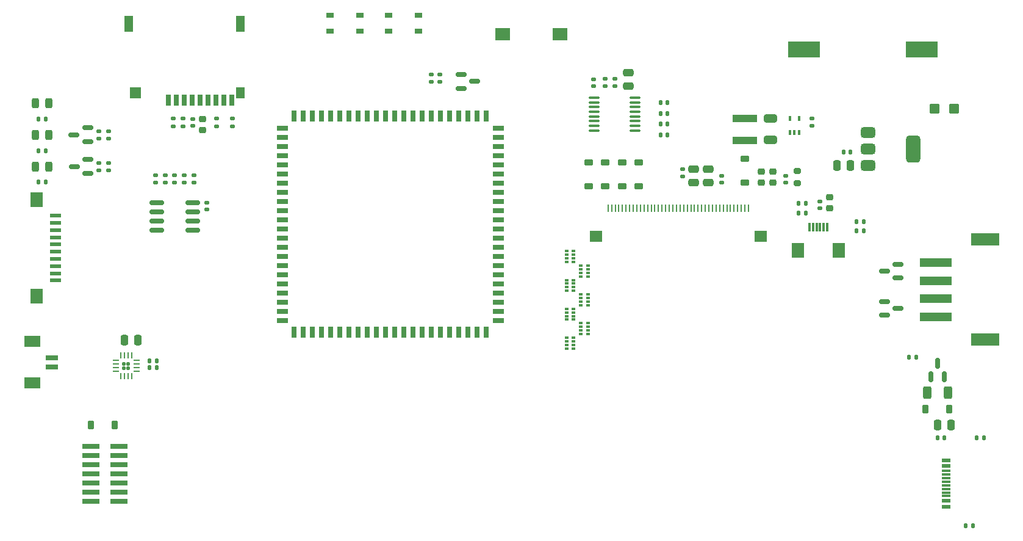
<source format=gbr>
%TF.GenerationSoftware,KiCad,Pcbnew,8.0.4*%
%TF.CreationDate,2024-10-13T10:09:02+07:00*%
%TF.ProjectId,lcd-standard-5R,6c63642d-7374-4616-9e64-6172642d3552,rev?*%
%TF.SameCoordinates,Original*%
%TF.FileFunction,Paste,Top*%
%TF.FilePolarity,Positive*%
%FSLAX46Y46*%
G04 Gerber Fmt 4.6, Leading zero omitted, Abs format (unit mm)*
G04 Created by KiCad (PCBNEW 8.0.4) date 2024-10-13 10:09:02*
%MOMM*%
%LPD*%
G01*
G04 APERTURE LIST*
G04 Aperture macros list*
%AMRoundRect*
0 Rectangle with rounded corners*
0 $1 Rounding radius*
0 $2 $3 $4 $5 $6 $7 $8 $9 X,Y pos of 4 corners*
0 Add a 4 corners polygon primitive as box body*
4,1,4,$2,$3,$4,$5,$6,$7,$8,$9,$2,$3,0*
0 Add four circle primitives for the rounded corners*
1,1,$1+$1,$2,$3*
1,1,$1+$1,$4,$5*
1,1,$1+$1,$6,$7*
1,1,$1+$1,$8,$9*
0 Add four rect primitives between the rounded corners*
20,1,$1+$1,$2,$3,$4,$5,0*
20,1,$1+$1,$4,$5,$6,$7,0*
20,1,$1+$1,$6,$7,$8,$9,0*
20,1,$1+$1,$8,$9,$2,$3,0*%
G04 Aperture macros list end*
%ADD10RoundRect,0.100000X0.100000X-0.225000X0.100000X0.225000X-0.100000X0.225000X-0.100000X-0.225000X0*%
%ADD11RoundRect,0.225000X0.250000X-0.225000X0.250000X0.225000X-0.250000X0.225000X-0.250000X-0.225000X0*%
%ADD12R,1.050000X0.650000*%
%ADD13RoundRect,0.135000X0.185000X-0.135000X0.185000X0.135000X-0.185000X0.135000X-0.185000X-0.135000X0*%
%ADD14RoundRect,0.135000X-0.185000X0.135000X-0.185000X-0.135000X0.185000X-0.135000X0.185000X0.135000X0*%
%ADD15RoundRect,0.140000X0.170000X-0.140000X0.170000X0.140000X-0.170000X0.140000X-0.170000X-0.140000X0*%
%ADD16RoundRect,0.225000X-0.250000X0.225000X-0.250000X-0.225000X0.250000X-0.225000X0.250000X0.225000X0*%
%ADD17RoundRect,0.135000X0.135000X0.185000X-0.135000X0.185000X-0.135000X-0.185000X0.135000X-0.185000X0*%
%ADD18RoundRect,0.150000X-0.587500X-0.150000X0.587500X-0.150000X0.587500X0.150000X-0.587500X0.150000X0*%
%ADD19RoundRect,0.140000X-0.140000X-0.170000X0.140000X-0.170000X0.140000X0.170000X-0.140000X0.170000X0*%
%ADD20RoundRect,0.135000X-0.135000X-0.185000X0.135000X-0.185000X0.135000X0.185000X-0.135000X0.185000X0*%
%ADD21RoundRect,0.110000X-1.590000X0.440000X-1.590000X-0.440000X1.590000X-0.440000X1.590000X0.440000X0*%
%ADD22RoundRect,0.250000X0.475000X-0.250000X0.475000X0.250000X-0.475000X0.250000X-0.475000X-0.250000X0*%
%ADD23RoundRect,0.250000X-0.650000X0.325000X-0.650000X-0.325000X0.650000X-0.325000X0.650000X0.325000X0*%
%ADD24R,0.300000X1.200000*%
%ADD25R,1.800000X2.000000*%
%ADD26RoundRect,0.150000X0.587500X0.150000X-0.587500X0.150000X-0.587500X-0.150000X0.587500X-0.150000X0*%
%ADD27R,2.400000X0.740000*%
%ADD28R,0.500000X0.400000*%
%ADD29R,0.500000X0.300000*%
%ADD30RoundRect,0.125000X0.125000X0.125000X-0.125000X0.125000X-0.125000X-0.125000X0.125000X-0.125000X0*%
%ADD31RoundRect,0.062500X0.350000X0.062500X-0.350000X0.062500X-0.350000X-0.062500X0.350000X-0.062500X0*%
%ADD32RoundRect,0.062500X0.062500X0.350000X-0.062500X0.350000X-0.062500X-0.350000X0.062500X-0.350000X0*%
%ADD33R,0.800000X1.500000*%
%ADD34R,1.500000X0.800000*%
%ADD35RoundRect,0.225000X0.375000X-0.225000X0.375000X0.225000X-0.375000X0.225000X-0.375000X-0.225000X0*%
%ADD36RoundRect,0.375000X-0.625000X-0.375000X0.625000X-0.375000X0.625000X0.375000X-0.625000X0.375000X0*%
%ADD37RoundRect,0.500000X-0.500000X-1.400000X0.500000X-1.400000X0.500000X1.400000X-0.500000X1.400000X0*%
%ADD38RoundRect,0.225000X0.225000X0.375000X-0.225000X0.375000X-0.225000X-0.375000X0.225000X-0.375000X0*%
%ADD39RoundRect,0.100000X0.637500X0.100000X-0.637500X0.100000X-0.637500X-0.100000X0.637500X-0.100000X0*%
%ADD40RoundRect,0.250000X0.450000X0.425000X-0.450000X0.425000X-0.450000X-0.425000X0.450000X-0.425000X0*%
%ADD41RoundRect,0.140000X-0.170000X0.140000X-0.170000X-0.140000X0.170000X-0.140000X0.170000X0.140000X0*%
%ADD42RoundRect,0.243750X0.243750X0.456250X-0.243750X0.456250X-0.243750X-0.456250X0.243750X-0.456250X0*%
%ADD43R,4.500000X1.300000*%
%ADD44R,3.900000X1.800000*%
%ADD45RoundRect,0.140000X0.140000X0.170000X-0.140000X0.170000X-0.140000X-0.170000X0.140000X-0.170000X0*%
%ADD46R,2.000000X1.700000*%
%ADD47RoundRect,0.250000X-0.475000X0.250000X-0.475000X-0.250000X0.475000X-0.250000X0.475000X0.250000X0*%
%ADD48R,1.500000X0.500000*%
%ADD49R,1.700000X2.000000*%
%ADD50RoundRect,0.200000X0.275000X-0.200000X0.275000X0.200000X-0.275000X0.200000X-0.275000X-0.200000X0*%
%ADD51RoundRect,0.150000X-0.825000X-0.150000X0.825000X-0.150000X0.825000X0.150000X-0.825000X0.150000X0*%
%ADD52RoundRect,0.250000X-0.250000X-0.475000X0.250000X-0.475000X0.250000X0.475000X-0.250000X0.475000X0*%
%ADD53R,0.700000X1.600000*%
%ADD54R,1.200000X1.500000*%
%ADD55R,1.200000X2.200000*%
%ADD56R,1.600000X1.500000*%
%ADD57RoundRect,0.250000X0.250000X0.475000X-0.250000X0.475000X-0.250000X-0.475000X0.250000X-0.475000X0*%
%ADD58RoundRect,0.250000X-0.312500X-0.625000X0.312500X-0.625000X0.312500X0.625000X-0.312500X0.625000X0*%
%ADD59R,0.250000X1.100000*%
%ADD60R,1.700000X1.500000*%
%ADD61R,1.800000X0.700000*%
%ADD62R,2.200000X1.600000*%
%ADD63R,1.240000X0.600000*%
%ADD64R,1.240000X0.300000*%
%ADD65R,4.500000X2.300000*%
%ADD66RoundRect,0.150000X0.150000X-0.587500X0.150000X0.587500X-0.150000X0.587500X-0.150000X-0.587500X0*%
G04 APERTURE END LIST*
D10*
%TO.C,U2*%
X184592200Y-73398200D03*
X185242200Y-73398200D03*
X185892200Y-73398200D03*
X185892200Y-71498200D03*
X184592200Y-71498200D03*
%TD*%
D11*
%TO.C,C3*%
X180622200Y-80402400D03*
X180622200Y-78852400D03*
%TD*%
%TO.C,C2*%
X182281666Y-80402400D03*
X182281666Y-78852400D03*
%TD*%
D12*
%TO.C,SW1*%
X124960200Y-59342600D03*
X120810200Y-59342600D03*
X124960200Y-57192600D03*
X120810200Y-57192600D03*
%TD*%
D13*
%TO.C,R20*%
X99231400Y-80342200D03*
X99231400Y-79322200D03*
%TD*%
D14*
%TO.C,R31*%
X160333932Y-65995400D03*
X160333932Y-67015400D03*
%TD*%
D13*
%TO.C,R27*%
X88719100Y-78640400D03*
X88719100Y-77620400D03*
%TD*%
%TO.C,R14*%
X105009400Y-72541800D03*
X105009400Y-71521800D03*
%TD*%
D15*
%TO.C,C6*%
X175158400Y-80402400D03*
X175158400Y-79442400D03*
%TD*%
D16*
%TO.C,C10*%
X103065400Y-71551800D03*
X103065400Y-73101800D03*
%TD*%
D17*
%TO.C,R9*%
X210060000Y-127965200D03*
X209040000Y-127965200D03*
%TD*%
D18*
%TO.C,D11*%
X197766700Y-96850900D03*
X197766700Y-98750900D03*
X199641700Y-97800900D03*
%TD*%
D17*
%TO.C,R5*%
X194847400Y-85826600D03*
X193827400Y-85826600D03*
%TD*%
D19*
%TO.C,C15*%
X166652000Y-72263000D03*
X167612000Y-72263000D03*
%TD*%
D20*
%TO.C,R32*%
X95756000Y-106045000D03*
X96776000Y-106045000D03*
%TD*%
D14*
%TO.C,R25*%
X136067800Y-65392900D03*
X136067800Y-66412900D03*
%TD*%
D20*
%TO.C,R33*%
X95756000Y-105054400D03*
X96776000Y-105054400D03*
%TD*%
D17*
%TO.C,R11*%
X81327400Y-75933712D03*
X80307400Y-75933712D03*
%TD*%
D15*
%TO.C,C4*%
X183997600Y-80402400D03*
X183997600Y-79442400D03*
%TD*%
D17*
%TO.C,R8*%
X186849800Y-83223400D03*
X185829800Y-83223400D03*
%TD*%
D12*
%TO.C,SW2*%
X133062800Y-59342600D03*
X128912800Y-59342600D03*
X133062800Y-57192600D03*
X128912800Y-57192600D03*
%TD*%
D17*
%TO.C,R4*%
X186849800Y-84595000D03*
X185829800Y-84595000D03*
%TD*%
D20*
%TO.C,R16*%
X80307400Y-71540336D03*
X81327400Y-71540336D03*
%TD*%
D21*
%TO.C,L1*%
X178374400Y-71498200D03*
X178374400Y-74498200D03*
%TD*%
D22*
%TO.C,C5*%
X173314900Y-80402400D03*
X173314900Y-78502400D03*
%TD*%
D18*
%TO.C,Q2*%
X139014200Y-65392900D03*
X139014200Y-67292900D03*
X140889200Y-66342900D03*
%TD*%
D23*
%TO.C,C1*%
X181889400Y-71498200D03*
X181889400Y-74448200D03*
%TD*%
D24*
%TO.C,J5*%
X187319600Y-86547200D03*
X187819600Y-86547200D03*
X188319600Y-86547200D03*
X188819600Y-86547200D03*
X189319600Y-86547200D03*
X189819600Y-86547200D03*
D25*
X185769600Y-89797200D03*
X191369600Y-89797200D03*
%TD*%
D13*
%TO.C,R29*%
X88744500Y-74247024D03*
X88744500Y-73227024D03*
%TD*%
D26*
%TO.C,D10*%
X199641700Y-93575900D03*
X199641700Y-91675900D03*
X197766700Y-92625900D03*
%TD*%
D13*
%TO.C,R21*%
X96548550Y-80342200D03*
X96548550Y-79322200D03*
%TD*%
D27*
%TO.C,J1*%
X87585000Y-116916200D03*
X91485000Y-116916200D03*
X87585000Y-118186200D03*
X91485000Y-118186200D03*
X87585000Y-119456200D03*
X91485000Y-119456200D03*
X87585000Y-120726200D03*
X91485000Y-120726200D03*
X87585000Y-121996200D03*
X91485000Y-121996200D03*
X87585000Y-123266200D03*
X91485000Y-123266200D03*
X87585000Y-124536200D03*
X91485000Y-124536200D03*
%TD*%
D28*
%TO.C,RN5*%
X156608400Y-97378400D03*
D29*
X156608400Y-96878400D03*
X156608400Y-96378400D03*
D28*
X156608400Y-95878400D03*
X155608400Y-95878400D03*
D29*
X155608400Y-96378400D03*
X155608400Y-96878400D03*
D28*
X155608400Y-97378400D03*
%TD*%
D30*
%TO.C,U1*%
X92806500Y-106097000D03*
X92806500Y-105477000D03*
X92186500Y-106097000D03*
X92186500Y-105477000D03*
D31*
X93934000Y-106537000D03*
X93934000Y-106037000D03*
X93934000Y-105537000D03*
X93934000Y-105037000D03*
D32*
X93246500Y-104349500D03*
X92746500Y-104349500D03*
X92246500Y-104349500D03*
X91746500Y-104349500D03*
D31*
X91059000Y-105037000D03*
X91059000Y-105537000D03*
X91059000Y-106037000D03*
X91059000Y-106537000D03*
D32*
X91746500Y-107224500D03*
X92246500Y-107224500D03*
X92746500Y-107224500D03*
X93246500Y-107224500D03*
%TD*%
D33*
%TO.C,U6*%
X142480000Y-71156800D03*
X141210000Y-71156800D03*
X139940000Y-71156800D03*
X138670000Y-71156800D03*
X137400000Y-71156800D03*
X136130000Y-71156800D03*
X134860000Y-71156800D03*
X133590000Y-71156800D03*
X132320000Y-71156800D03*
X131050000Y-71156800D03*
X129780000Y-71156800D03*
X128510000Y-71156800D03*
X127240000Y-71156800D03*
X125970000Y-71156800D03*
X124700000Y-71156800D03*
X123430000Y-71156800D03*
X122160000Y-71156800D03*
X120890000Y-71156800D03*
X119620000Y-71156800D03*
X118350000Y-71156800D03*
X117080000Y-71156800D03*
X115810000Y-71156800D03*
D34*
X114145000Y-72821800D03*
X114145000Y-74091800D03*
X114145000Y-75361800D03*
X114145000Y-76631800D03*
X114145000Y-77901800D03*
X114145000Y-79171800D03*
X114145000Y-80441800D03*
X114145000Y-81711800D03*
X114145000Y-82981800D03*
X114145000Y-84251800D03*
X114145000Y-85521800D03*
X114145000Y-86791800D03*
X114145000Y-88061800D03*
X114145000Y-89331800D03*
X114145000Y-90601800D03*
X114145000Y-91871800D03*
X114145000Y-93141800D03*
X114145000Y-94411800D03*
X114145000Y-95681800D03*
X114145000Y-96951800D03*
X114145000Y-98221800D03*
X114145000Y-99491800D03*
D33*
X115810000Y-101156800D03*
X117080000Y-101156800D03*
X118350000Y-101156800D03*
X119620000Y-101156800D03*
X120890000Y-101156800D03*
X122160000Y-101156800D03*
X123430000Y-101156800D03*
X124700000Y-101156800D03*
X125970000Y-101156800D03*
X127240000Y-101156800D03*
X128510000Y-101156800D03*
X129780000Y-101156800D03*
X131050000Y-101156800D03*
X132320000Y-101156800D03*
X133590000Y-101156800D03*
X134860000Y-101156800D03*
X136130000Y-101156800D03*
X137400000Y-101156800D03*
X138670000Y-101156800D03*
X139940000Y-101156800D03*
X141210000Y-101156800D03*
X142480000Y-101156800D03*
D34*
X144145000Y-99491800D03*
X144145000Y-98221800D03*
X144145000Y-96951800D03*
X144145000Y-95681800D03*
X144145000Y-94411800D03*
X144145000Y-93141800D03*
X144145000Y-91871800D03*
X144145000Y-90601800D03*
X144145000Y-89331800D03*
X144145000Y-88061800D03*
X144145000Y-86791800D03*
X144145000Y-85521800D03*
X144145000Y-84251800D03*
X144145000Y-82981800D03*
X144145000Y-81711800D03*
X144145000Y-80441800D03*
X144145000Y-79171800D03*
X144145000Y-77901800D03*
X144145000Y-76631800D03*
X144145000Y-75361800D03*
X144145000Y-74091800D03*
X144145000Y-72821800D03*
%TD*%
D35*
%TO.C,D7*%
X161315400Y-80898000D03*
X161315400Y-77598000D03*
%TD*%
D14*
%TO.C,R30*%
X158998866Y-65995400D03*
X158998866Y-67015400D03*
%TD*%
D36*
%TO.C,U5*%
X195452200Y-73392000D03*
X195452200Y-75692000D03*
D37*
X201752200Y-75692000D03*
D36*
X195452200Y-77992000D03*
%TD*%
D38*
%TO.C,D12*%
X206744900Y-111760000D03*
X203444900Y-111760000D03*
%TD*%
D14*
%TO.C,R1*%
X187643900Y-71498200D03*
X187643900Y-72518200D03*
%TD*%
D38*
%TO.C,D1*%
X90880200Y-113969800D03*
X87580200Y-113969800D03*
%TD*%
D19*
%TO.C,C17*%
X166652000Y-69316600D03*
X167612000Y-69316600D03*
%TD*%
D39*
%TO.C,U3*%
X163136500Y-73141000D03*
X163136500Y-72491000D03*
X163136500Y-71841000D03*
X163136500Y-71191000D03*
X163136500Y-70541000D03*
X163136500Y-69891000D03*
X163136500Y-69241000D03*
X163136500Y-68591000D03*
X157411500Y-68591000D03*
X157411500Y-69241000D03*
X157411500Y-69891000D03*
X157411500Y-70541000D03*
X157411500Y-71191000D03*
X157411500Y-71841000D03*
X157411500Y-72491000D03*
X157411500Y-73141000D03*
%TD*%
D40*
%TO.C,C21*%
X207394800Y-70104000D03*
X204694800Y-70104000D03*
%TD*%
D22*
%TO.C,C11*%
X162179000Y-67015400D03*
X162179000Y-65115400D03*
%TD*%
D41*
%TO.C,C12*%
X101709400Y-71551800D03*
X101709400Y-72511800D03*
%TD*%
D19*
%TO.C,C14*%
X166652000Y-73736200D03*
X167612000Y-73736200D03*
%TD*%
D13*
%TO.C,R13*%
X100377000Y-72541800D03*
X100377000Y-71521800D03*
%TD*%
D17*
%TO.C,R10*%
X211584000Y-115773200D03*
X210564000Y-115773200D03*
%TD*%
D42*
%TO.C,D4*%
X81734900Y-73737024D03*
X79859900Y-73737024D03*
%TD*%
D43*
%TO.C,J6*%
X204897600Y-98963400D03*
X204897600Y-96463400D03*
X204897600Y-93963400D03*
X204897600Y-91463400D03*
D44*
X211697600Y-102163400D03*
X211697600Y-88263400D03*
%TD*%
D45*
%TO.C,C20*%
X193014600Y-76149200D03*
X192054600Y-76149200D03*
%TD*%
D46*
%TO.C,BZ1*%
X152719100Y-59791600D03*
X144719100Y-59791600D03*
%TD*%
D28*
%TO.C,RN3*%
X156608400Y-101378200D03*
D29*
X156608400Y-100878200D03*
X156608400Y-100378200D03*
D28*
X156608400Y-99878200D03*
X155608400Y-99878200D03*
D29*
X155608400Y-100378200D03*
X155608400Y-100878200D03*
D28*
X155608400Y-101378200D03*
%TD*%
D26*
%TO.C,Q4*%
X87142000Y-74687024D03*
X87142000Y-72787024D03*
X85267000Y-73737024D03*
%TD*%
D42*
%TO.C,D5*%
X81734900Y-69343648D03*
X79859900Y-69343648D03*
%TD*%
D13*
%TO.C,R15*%
X107209400Y-72541800D03*
X107209400Y-71521800D03*
%TD*%
D19*
%TO.C,C9*%
X205117400Y-115773200D03*
X206077400Y-115773200D03*
%TD*%
D47*
%TO.C,FB1*%
X171221400Y-78502400D03*
X171221400Y-80402400D03*
%TD*%
D42*
%TO.C,D3*%
X81734900Y-78130400D03*
X79859900Y-78130400D03*
%TD*%
D48*
%TO.C,J9*%
X82702400Y-84955044D03*
X82702400Y-85955044D03*
X82702400Y-86955044D03*
X82702400Y-87955044D03*
X82702400Y-88955044D03*
X82702400Y-89955044D03*
X82702400Y-90955044D03*
X82702400Y-91955044D03*
X82702400Y-92955044D03*
X82702400Y-93955044D03*
D49*
X80102400Y-82755044D03*
X80102400Y-96155044D03*
%TD*%
D28*
%TO.C,RN7*%
X156608400Y-93377200D03*
D29*
X156608400Y-92877200D03*
X156608400Y-92377200D03*
D28*
X156608400Y-91877200D03*
X155608400Y-91877200D03*
D29*
X155608400Y-92377200D03*
X155608400Y-92877200D03*
D28*
X155608400Y-93377200D03*
%TD*%
D50*
%TO.C,R2*%
X185674000Y-80452400D03*
X185674000Y-78802400D03*
%TD*%
D13*
%TO.C,R26*%
X90065300Y-78640400D03*
X90065300Y-77620400D03*
%TD*%
D35*
%TO.C,D9*%
X156692600Y-80898000D03*
X156692600Y-77598000D03*
%TD*%
%TO.C,D8*%
X159004000Y-80898000D03*
X159004000Y-77598000D03*
%TD*%
D19*
%TO.C,C16*%
X166652000Y-70789800D03*
X167612000Y-70789800D03*
%TD*%
D11*
%TO.C,C22*%
X190169800Y-83919000D03*
X190169800Y-82369000D03*
%TD*%
D13*
%TO.C,R19*%
X97889975Y-80342200D03*
X97889975Y-79322200D03*
%TD*%
D14*
%TO.C,R7*%
X169697400Y-78502400D03*
X169697400Y-79522400D03*
%TD*%
D17*
%TO.C,R6*%
X194847400Y-87071200D03*
X193827400Y-87071200D03*
%TD*%
D51*
%TO.C,U4*%
X96758800Y-83159600D03*
X96758800Y-84429600D03*
X96758800Y-85699600D03*
X96758800Y-86969600D03*
X101708800Y-86969600D03*
X101708800Y-85699600D03*
X101708800Y-84429600D03*
X101708800Y-83159600D03*
%TD*%
D52*
%TO.C,C8*%
X205117400Y-114020600D03*
X207017400Y-114020600D03*
%TD*%
D17*
%TO.C,R3*%
X81327400Y-80327088D03*
X80307400Y-80327088D03*
%TD*%
D13*
%TO.C,R24*%
X134860000Y-66412900D03*
X134860000Y-65392900D03*
%TD*%
D53*
%TO.C,J3*%
X98393800Y-68927800D03*
X99493800Y-68927800D03*
X100593800Y-68927800D03*
X101693800Y-68927800D03*
X102793800Y-68927800D03*
X103893800Y-68927800D03*
X104993800Y-68927800D03*
X106093800Y-68927800D03*
X107193800Y-68927800D03*
D54*
X108343800Y-67927800D03*
D55*
X108343800Y-58327800D03*
D56*
X93743800Y-67927800D03*
D55*
X92843800Y-58327800D03*
%TD*%
D57*
%TO.C,C19*%
X193014600Y-78003400D03*
X191114600Y-78003400D03*
%TD*%
D58*
%TO.C,R23*%
X203654900Y-109474000D03*
X206579900Y-109474000D03*
%TD*%
D15*
%TO.C,C13*%
X157403800Y-67015400D03*
X157403800Y-66055400D03*
%TD*%
D35*
%TO.C,D2*%
X178374400Y-80402400D03*
X178374400Y-77102400D03*
%TD*%
D59*
%TO.C,J2*%
X159374400Y-83963400D03*
X159874400Y-83963400D03*
X160374400Y-83963400D03*
X160874400Y-83963400D03*
X161374400Y-83963400D03*
X161874400Y-83963400D03*
X162374400Y-83963400D03*
X162874400Y-83963400D03*
X163374400Y-83963400D03*
X163874400Y-83963400D03*
X164374400Y-83963400D03*
X164874400Y-83963400D03*
X165374400Y-83963400D03*
X165874400Y-83963400D03*
X166374400Y-83963400D03*
X166874400Y-83963400D03*
X167374400Y-83963400D03*
X167874400Y-83963400D03*
X168374400Y-83963400D03*
X168874400Y-83963400D03*
X169374400Y-83963400D03*
X169874400Y-83963400D03*
X170374400Y-83963400D03*
X170874400Y-83963400D03*
X171374400Y-83963400D03*
X171874400Y-83963400D03*
X172374400Y-83963400D03*
X172874400Y-83963400D03*
X173374400Y-83963400D03*
X173874400Y-83963400D03*
X174374400Y-83963400D03*
X174874400Y-83963400D03*
X175374400Y-83963400D03*
X175874400Y-83963400D03*
X176374400Y-83963400D03*
X176874400Y-83963400D03*
X177374400Y-83963400D03*
X177874400Y-83963400D03*
X178374400Y-83963400D03*
X178874400Y-83963400D03*
D60*
X157724400Y-87863400D03*
X180524400Y-87863400D03*
%TD*%
D61*
%TO.C,J8*%
X82169000Y-104658000D03*
X82169000Y-105908000D03*
D62*
X79469000Y-102408000D03*
X79469000Y-108158000D03*
%TD*%
D35*
%TO.C,D6*%
X163626800Y-80898000D03*
X163626800Y-77598000D03*
%TD*%
D28*
%TO.C,RN6*%
X154601800Y-95378400D03*
D29*
X154601800Y-94878400D03*
X154601800Y-94378400D03*
D28*
X154601800Y-93878400D03*
X153601800Y-93878400D03*
D29*
X153601800Y-94378400D03*
X153601800Y-94878400D03*
D28*
X153601800Y-95378400D03*
%TD*%
D26*
%TO.C,Q3*%
X87167400Y-79080400D03*
X87167400Y-77180400D03*
X85292400Y-78130400D03*
%TD*%
D63*
%TO.C,J4*%
X206287000Y-125297800D03*
X206287000Y-124497800D03*
D64*
X206287000Y-123347800D03*
X206287000Y-122347800D03*
X206287000Y-121847800D03*
X206287000Y-120847800D03*
D63*
X206287000Y-119697800D03*
X206287000Y-118897800D03*
X206287000Y-118897800D03*
X206287000Y-119697800D03*
D64*
X206287000Y-120347800D03*
X206287000Y-121347800D03*
X206287000Y-122847800D03*
X206287000Y-123847800D03*
D63*
X206287000Y-124497800D03*
X206287000Y-125297800D03*
%TD*%
D14*
%TO.C,R17*%
X100572825Y-79322200D03*
X100572825Y-80342200D03*
%TD*%
D65*
%TO.C,BT2*%
X202938200Y-61874400D03*
X186538200Y-61874400D03*
%TD*%
D41*
%TO.C,C18*%
X103682800Y-83159600D03*
X103682800Y-84119600D03*
%TD*%
D14*
%TO.C,R18*%
X101914250Y-79322200D03*
X101914250Y-80342200D03*
%TD*%
D13*
%TO.C,R28*%
X90065300Y-74247024D03*
X90065300Y-73227024D03*
%TD*%
D17*
%TO.C,R22*%
X202160600Y-104622600D03*
X201140600Y-104622600D03*
%TD*%
D28*
%TO.C,RN4*%
X154601800Y-91377200D03*
D29*
X154601800Y-90877200D03*
X154601800Y-90377200D03*
D28*
X154601800Y-89877200D03*
X153601800Y-89877200D03*
D29*
X153601800Y-90377200D03*
X153601800Y-90877200D03*
D28*
X153601800Y-91377200D03*
%TD*%
D13*
%TO.C,R12*%
X99034600Y-72541800D03*
X99034600Y-71521800D03*
%TD*%
D28*
%TO.C,RN1*%
X154601800Y-103379400D03*
D29*
X154601800Y-102879400D03*
X154601800Y-102379400D03*
D28*
X154601800Y-101879400D03*
X153601800Y-101879400D03*
D29*
X153601800Y-102379400D03*
X153601800Y-102879400D03*
D28*
X153601800Y-103379400D03*
%TD*%
D66*
%TO.C,Q1*%
X204167400Y-107338100D03*
X206067400Y-107338100D03*
X205117400Y-105463100D03*
%TD*%
D28*
%TO.C,RN2*%
X154601800Y-99378200D03*
D29*
X154601800Y-98878200D03*
X154601800Y-98378200D03*
D28*
X154601800Y-97878200D03*
X153601800Y-97878200D03*
D29*
X153601800Y-98378200D03*
X153601800Y-98878200D03*
D28*
X153601800Y-99378200D03*
%TD*%
D15*
%TO.C,C23*%
X188819600Y-83919000D03*
X188819600Y-82959000D03*
%TD*%
D52*
%TO.C,C7*%
X92252800Y-102235000D03*
X94152800Y-102235000D03*
%TD*%
M02*

</source>
